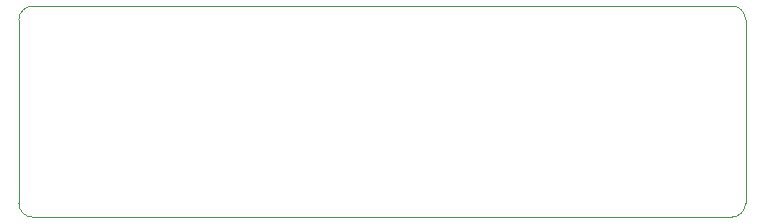
<source format=gbr>
%TF.GenerationSoftware,KiCad,Pcbnew,7.0.9*%
%TF.CreationDate,2024-01-07T05:54:30-05:00*%
%TF.ProjectId,Flipper-ICSP,466c6970-7065-4722-9d49-4353502e6b69,A*%
%TF.SameCoordinates,Original*%
%TF.FileFunction,Profile,NP*%
%FSLAX46Y46*%
G04 Gerber Fmt 4.6, Leading zero omitted, Abs format (unit mm)*
G04 Created by KiCad (PCBNEW 7.0.9) date 2024-01-07 05:54:30*
%MOMM*%
%LPD*%
G01*
G04 APERTURE LIST*
%TA.AperFunction,Profile*%
%ADD10C,0.100000*%
%TD*%
G04 APERTURE END LIST*
D10*
X131734797Y-59953800D02*
X131734797Y-57665164D01*
X131730140Y-73202980D02*
X131734797Y-59953800D01*
X70204517Y-59967771D02*
X70204517Y-57679135D01*
X130556857Y-74376240D02*
G75*
G03*
X131730140Y-73202980I43J1173240D01*
G01*
X131734819Y-57665164D02*
G75*
G03*
X130561514Y-56491881I-1173319J-36D01*
G01*
X71375749Y-74375227D02*
X130556857Y-74376263D01*
X70204517Y-59967771D02*
X70202466Y-73201944D01*
X70202473Y-73201944D02*
G75*
G03*
X71375749Y-74375227I1173327J44D01*
G01*
X71377800Y-56505817D02*
G75*
G03*
X70204517Y-57679135I0J-1173283D01*
G01*
X71377800Y-56505852D02*
X130561514Y-56491881D01*
M02*

</source>
